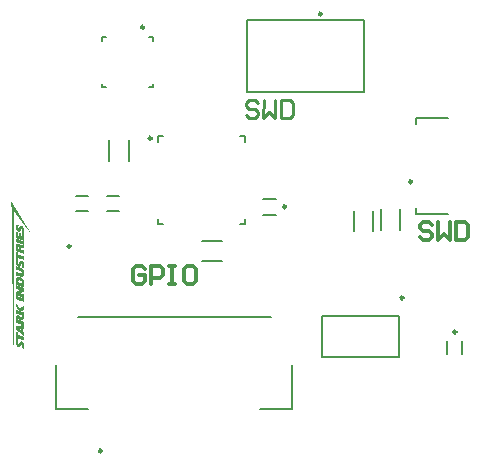
<source format=gbr>
%TF.GenerationSoftware,Altium Limited,Altium Designer,25.0.2 (28)*%
G04 Layer_Color=65535*
%FSLAX45Y45*%
%MOMM*%
%TF.SameCoordinates,C223F9BF-7E24-4A28-B258-71FBB46568CF*%
%TF.FilePolarity,Positive*%
%TF.FileFunction,Legend,Top*%
%TF.Part,Single*%
G01*
G75*
%TA.AperFunction,NonConductor*%
%ADD56C,0.25000*%
%ADD57C,0.20000*%
%ADD58C,0.30000*%
G36*
X8870118Y7263301D02*
X8871430D01*
Y7261989D01*
X8872742D01*
Y7259364D01*
X8874054D01*
Y7256740D01*
X8875366D01*
Y7255428D01*
X8876678D01*
Y7252804D01*
X8877990D01*
Y7250180D01*
X8879303D01*
Y7248867D01*
X8880615D01*
Y7246243D01*
X8881927D01*
Y7243619D01*
X8883239D01*
Y7242307D01*
X8884551D01*
Y7239682D01*
X8885863D01*
Y7238370D01*
X8887176D01*
Y7235746D01*
X8888488D01*
Y7233121D01*
X8889800D01*
Y7231809D01*
X8891112D01*
Y7229185D01*
X8892424D01*
Y7226561D01*
X8893736D01*
Y7225248D01*
X8895049D01*
Y7222624D01*
X8896361D01*
Y7220000D01*
X8897673D01*
Y7218688D01*
X8898985D01*
Y7216064D01*
X8900297D01*
Y7214751D01*
X8901609D01*
Y7212127D01*
X8902921D01*
Y7209503D01*
X8904234D01*
Y7208191D01*
X8905546D01*
Y7205566D01*
X8906858D01*
Y7202942D01*
X8908170D01*
Y7201630D01*
X8909482D01*
Y7199005D01*
X8910794D01*
Y7196381D01*
X8912106D01*
Y7195069D01*
X8913419D01*
Y7192445D01*
X8914731D01*
Y7191132D01*
X8916043D01*
Y7188508D01*
X8917355D01*
Y7185884D01*
X8918667D01*
Y7184572D01*
X8919979D01*
Y7181948D01*
X8921292D01*
Y7179323D01*
X8922604D01*
Y7178011D01*
X8923916D01*
Y7175387D01*
X8925228D01*
Y7172762D01*
X8926540D01*
Y7171450D01*
X8927852D01*
Y7168826D01*
X8929165D01*
Y7167514D01*
X8930477D01*
Y7164889D01*
X8931789D01*
Y7162265D01*
X8933101D01*
Y7160953D01*
X8934413D01*
Y7158329D01*
X8935725D01*
Y7155704D01*
X8937037D01*
Y7154392D01*
X8938350D01*
Y7151768D01*
X8939662D01*
Y7149144D01*
X8940974D01*
Y7147832D01*
X8942286D01*
Y7145207D01*
X8943598D01*
Y7143895D01*
X8944910D01*
Y7141271D01*
X8946222D01*
Y7138646D01*
X8947535D01*
Y7137334D01*
X8948847D01*
Y7134710D01*
X8950159D01*
Y7132086D01*
X8951471D01*
Y7130773D01*
X8952783D01*
Y7128149D01*
X8954095D01*
Y7125525D01*
X8955408D01*
Y7124213D01*
X8956720D01*
Y7121588D01*
X8958032D01*
Y7120276D01*
X8959344D01*
Y7117652D01*
X8960656D01*
Y7115027D01*
X8961968D01*
Y7113716D01*
X8963281D01*
Y7111091D01*
X8964593D01*
Y7108467D01*
X8965905D01*
Y7107155D01*
X8967217D01*
Y7104530D01*
X8968529D01*
Y7101906D01*
X8969841D01*
Y7100594D01*
X8971154D01*
Y7097970D01*
X8972466D01*
Y7095345D01*
X8973778D01*
Y7094033D01*
X8975090D01*
Y7091409D01*
X8976402D01*
Y7090097D01*
X8977714D01*
Y7087472D01*
X8979026D01*
Y7084848D01*
X8980338D01*
Y7083536D01*
X8981651D01*
Y7080911D01*
X8982963D01*
Y7078287D01*
X8984275D01*
Y7076975D01*
X8985587D01*
Y7074351D01*
X8986899D01*
Y7071727D01*
X8988211D01*
Y7070414D01*
X8989524D01*
Y7067790D01*
X8990836D01*
Y7066478D01*
X8992148D01*
Y7063854D01*
X8993460D01*
Y7061229D01*
X8994772D01*
Y7059917D01*
X8996084D01*
Y7057293D01*
X8997397D01*
Y7054668D01*
X8998709D01*
Y7053356D01*
X9000021D01*
Y7050732D01*
X9001333D01*
Y7048108D01*
X9002645D01*
Y7046795D01*
X9003957D01*
Y7044171D01*
X9005270D01*
Y7042859D01*
X9006582D01*
Y7040235D01*
X9007894D01*
Y7037611D01*
X9009206D01*
Y7036298D01*
X9010518D01*
Y7033674D01*
X9011830D01*
Y7031050D01*
X9013143D01*
Y7029738D01*
X9014455D01*
Y7027113D01*
X9015767D01*
Y7024489D01*
X9017079D01*
Y7023177D01*
X9018391D01*
Y7020552D01*
X9019703D01*
Y7019240D01*
X9021015D01*
Y7016616D01*
X9022327D01*
Y7013992D01*
X9023640D01*
Y7012679D01*
X9024952D01*
Y7010055D01*
X9026264D01*
Y7006119D01*
X9023640D01*
Y7008743D01*
X9022327D01*
Y7010055D01*
X9021015D01*
Y7011367D01*
X9019703D01*
Y7013992D01*
X9018391D01*
Y7015304D01*
X9017079D01*
Y7016616D01*
X9015767D01*
Y7019240D01*
X9014455D01*
Y7020552D01*
X9013143D01*
Y7021865D01*
X9011830D01*
Y7024489D01*
X9010518D01*
Y7025801D01*
X9009206D01*
Y7027113D01*
X9007894D01*
Y7029738D01*
X9006582D01*
Y7031050D01*
X9005270D01*
Y7032362D01*
X9003957D01*
Y7034986D01*
X9002645D01*
Y7036298D01*
X9001333D01*
Y7037611D01*
X9000021D01*
Y7040235D01*
X8998709D01*
Y7041547D01*
X8997397D01*
Y7042859D01*
X8996084D01*
Y7045483D01*
X8994772D01*
Y7046795D01*
X8993460D01*
Y7048108D01*
X8992148D01*
Y7050732D01*
X8990836D01*
Y7052044D01*
X8989524D01*
Y7053356D01*
X8988211D01*
Y7055981D01*
X8986899D01*
Y7057293D01*
X8985587D01*
Y7058605D01*
X8984275D01*
Y7061229D01*
X8982963D01*
Y7062541D01*
X8981651D01*
Y7063854D01*
X8980338D01*
Y7066478D01*
X8979026D01*
Y7067790D01*
X8977714D01*
Y7069102D01*
X8976402D01*
Y7071727D01*
X8975090D01*
Y7073039D01*
X8973778D01*
Y7074351D01*
X8972466D01*
Y7076975D01*
X8971154D01*
Y7078287D01*
X8969841D01*
Y7079599D01*
X8968529D01*
Y7082224D01*
X8967217D01*
Y7083536D01*
X8965905D01*
Y7084848D01*
X8964593D01*
Y7087472D01*
X8963281D01*
Y7088784D01*
X8961968D01*
Y7090097D01*
X8960656D01*
Y7092721D01*
X8959344D01*
Y7094033D01*
X8958032D01*
Y7095345D01*
X8956720D01*
Y7097970D01*
X8955408D01*
Y7099282D01*
X8954095D01*
Y7100594D01*
X8952783D01*
Y7103218D01*
X8951471D01*
Y7104530D01*
X8950159D01*
Y7105843D01*
X8948847D01*
Y7108467D01*
X8947535D01*
Y7109779D01*
X8946222D01*
Y7111091D01*
X8944910D01*
Y7113716D01*
X8943598D01*
Y7115027D01*
X8942286D01*
Y7116340D01*
X8940974D01*
Y7118964D01*
X8939662D01*
Y7120276D01*
X8938350D01*
Y7121588D01*
X8937037D01*
Y7124213D01*
X8935725D01*
Y7125525D01*
X8934413D01*
Y7126837D01*
X8933101D01*
Y7129461D01*
X8931789D01*
Y7130773D01*
X8930477D01*
Y7132086D01*
X8929165D01*
Y7134710D01*
X8927852D01*
Y7136022D01*
X8926540D01*
Y7137334D01*
X8925228D01*
Y7139959D01*
X8923916D01*
Y7141271D01*
X8922604D01*
Y7142583D01*
X8921292D01*
Y7145207D01*
X8919979D01*
Y7146519D01*
X8918667D01*
Y7147832D01*
X8917355D01*
Y7150456D01*
X8916043D01*
Y7151768D01*
X8914731D01*
Y7153080D01*
X8913419D01*
Y7155704D01*
X8912106D01*
Y7157016D01*
X8910794D01*
Y7158329D01*
X8909482D01*
Y7160953D01*
X8908170D01*
Y7162265D01*
X8906858D01*
Y7163577D01*
X8905546D01*
Y7166202D01*
X8904234D01*
Y7167514D01*
X8902921D01*
Y7168826D01*
X8901609D01*
Y7171450D01*
X8900297D01*
Y7172762D01*
X8898985D01*
Y7174075D01*
X8897673D01*
Y7176699D01*
X8896361D01*
Y7178011D01*
X8895049D01*
Y7179323D01*
X8893736D01*
Y7181948D01*
X8892424D01*
Y7183260D01*
X8891112D01*
Y7184572D01*
X8889800D01*
Y7187196D01*
X8888488D01*
Y7188508D01*
X8887176D01*
Y7040235D01*
Y7038923D01*
Y6057431D01*
X8884551D01*
Y6058743D01*
X8881927D01*
Y6141409D01*
X8880615D01*
Y6246381D01*
X8879303D01*
Y6350041D01*
X8877990D01*
Y6461575D01*
X8876678D01*
Y6571796D01*
X8875366D01*
Y6683329D01*
X8874054D01*
Y6794862D01*
X8872742D01*
Y6905083D01*
X8871430D01*
Y7010055D01*
X8870118D01*
Y7115027D01*
X8868805D01*
Y7225248D01*
X8867493D01*
Y7265925D01*
X8870118D01*
Y7263301D01*
D02*
G37*
G36*
X8912106Y7070414D02*
X8916043D01*
Y7069102D01*
X8919979D01*
Y7067790D01*
X8923916D01*
Y7066478D01*
X8927852D01*
Y7063854D01*
X8926540D01*
Y7061229D01*
X8925228D01*
Y7057293D01*
X8923916D01*
Y7042859D01*
X8925228D01*
Y7041547D01*
X8930477D01*
Y7042859D01*
X8931789D01*
Y7045483D01*
X8933101D01*
Y7049420D01*
X8934413D01*
Y7053356D01*
X8935725D01*
Y7055981D01*
X8937037D01*
Y7057293D01*
X8938350D01*
Y7059917D01*
X8939662D01*
Y7061229D01*
X8942286D01*
Y7062541D01*
X8943598D01*
Y7063854D01*
X8954095D01*
Y7062541D01*
X8956720D01*
Y7061229D01*
X8959344D01*
Y7059917D01*
X8960656D01*
Y7058605D01*
X8961968D01*
Y7057293D01*
X8963281D01*
Y7055981D01*
X8964593D01*
Y7054668D01*
X8965905D01*
Y7052044D01*
X8967217D01*
Y7050732D01*
X8968529D01*
Y7046795D01*
X8969841D01*
Y7044171D01*
X8971154D01*
Y7040235D01*
X8972466D01*
Y7034986D01*
X8973778D01*
Y6936575D01*
X8971154D01*
Y6937887D01*
X8967217D01*
Y6939199D01*
X8963281D01*
Y6940511D01*
X8959344D01*
Y6941823D01*
X8955408D01*
Y6943135D01*
X8951471D01*
Y6944447D01*
X8947535D01*
Y6945760D01*
X8943598D01*
Y6947072D01*
X8939662D01*
Y6948384D01*
X8935725D01*
Y6949696D01*
X8931789D01*
Y6951008D01*
X8927852D01*
Y6952320D01*
X8923916D01*
Y6953633D01*
X8919979D01*
Y6954945D01*
X8916043D01*
Y6956257D01*
X8912106D01*
Y6957569D01*
X8908170D01*
Y6958881D01*
X8906858D01*
Y7016616D01*
X8909482D01*
Y7015304D01*
X8912106D01*
Y7013992D01*
X8916043D01*
Y7012679D01*
X8919979D01*
Y7011367D01*
X8923916D01*
Y6982500D01*
X8925228D01*
Y6981188D01*
X8929165D01*
Y6979876D01*
X8931789D01*
Y7004807D01*
X8935725D01*
Y7003495D01*
X8939662D01*
Y7002182D01*
X8943598D01*
Y7000870D01*
X8947535D01*
Y6974627D01*
X8950159D01*
Y6973315D01*
X8952783D01*
Y6972003D01*
X8956720D01*
Y7021865D01*
X8955408D01*
Y7029738D01*
X8954095D01*
Y7033674D01*
X8952783D01*
Y7034986D01*
X8951471D01*
Y7033674D01*
X8950159D01*
Y7032362D01*
X8948847D01*
Y7029738D01*
X8947535D01*
Y7027113D01*
X8946222D01*
Y7024489D01*
X8944910D01*
Y7021865D01*
X8943598D01*
Y7020552D01*
X8942286D01*
Y7019240D01*
X8940974D01*
Y7016616D01*
X8938350D01*
Y7015304D01*
X8937037D01*
Y7013992D01*
X8934413D01*
Y7012679D01*
X8923916D01*
Y7013992D01*
X8921292D01*
Y7015304D01*
X8919979D01*
Y7016616D01*
X8917355D01*
Y7017928D01*
X8916043D01*
Y7019240D01*
X8914731D01*
Y7021865D01*
X8913419D01*
Y7023177D01*
X8912106D01*
Y7025801D01*
X8910794D01*
Y7028425D01*
X8909482D01*
Y7032362D01*
X8908170D01*
Y7036298D01*
X8906858D01*
Y7046795D01*
X8905546D01*
Y7052044D01*
X8906858D01*
Y7059917D01*
X8908170D01*
Y7065166D01*
X8909482D01*
Y7070414D01*
X8910794D01*
Y7071727D01*
X8912106D01*
Y7070414D01*
D02*
G37*
G36*
X8908170Y6953633D02*
X8912106D01*
Y6952320D01*
X8916043D01*
Y6951008D01*
X8919979D01*
Y6949696D01*
X8923916D01*
Y6948384D01*
X8927852D01*
Y6947072D01*
X8931789D01*
Y6945760D01*
X8935725D01*
Y6944447D01*
X8939662D01*
Y6943135D01*
X8943598D01*
Y6941823D01*
X8947535D01*
Y6940511D01*
X8951471D01*
Y6939199D01*
X8955408D01*
Y6937887D01*
X8960656D01*
Y6936575D01*
X8964593D01*
Y6935262D01*
X8968529D01*
Y6933950D01*
X8972466D01*
Y6932638D01*
X8973778D01*
Y6878840D01*
X8972466D01*
Y6877528D01*
X8960656D01*
Y6876215D01*
X8955408D01*
Y6874903D01*
X8951471D01*
Y6873591D01*
X8950159D01*
Y6872279D01*
X8947535D01*
Y6870967D01*
X8946222D01*
Y6865718D01*
X8947535D01*
Y6864406D01*
X8951471D01*
Y6863094D01*
X8955408D01*
Y6861782D01*
X8959344D01*
Y6860470D01*
X8963281D01*
Y6859157D01*
X8967217D01*
Y6857845D01*
X8971154D01*
Y6856533D01*
X8973778D01*
Y6827666D01*
X8971154D01*
Y6828978D01*
X8967217D01*
Y6830290D01*
X8963281D01*
Y6831602D01*
X8959344D01*
Y6832914D01*
X8955408D01*
Y6834226D01*
X8951471D01*
Y6835539D01*
X8947535D01*
Y6836851D01*
X8943598D01*
Y6838163D01*
X8939662D01*
Y6839475D01*
X8934413D01*
Y6840787D01*
X8930477D01*
Y6842099D01*
X8926540D01*
Y6843412D01*
X8922604D01*
Y6844724D01*
X8918667D01*
Y6846036D01*
X8914731D01*
Y6847348D01*
X8910794D01*
Y6848660D01*
X8906858D01*
Y6899834D01*
X8908170D01*
Y6903771D01*
X8909482D01*
Y6906395D01*
X8910794D01*
Y6907707D01*
X8912106D01*
Y6909019D01*
X8913419D01*
Y6910331D01*
X8916043D01*
Y6911644D01*
X8929165D01*
Y6910331D01*
X8931789D01*
Y6909019D01*
X8933101D01*
Y6907707D01*
X8934413D01*
Y6906395D01*
X8937037D01*
Y6903771D01*
X8938350D01*
Y6902459D01*
X8939662D01*
Y6901146D01*
X8940974D01*
Y6898522D01*
X8942286D01*
Y6897210D01*
X8946222D01*
Y6898522D01*
X8947535D01*
Y6899834D01*
X8950159D01*
Y6901146D01*
X8952783D01*
Y6902459D01*
X8956720D01*
Y6903771D01*
X8967217D01*
Y6906395D01*
X8963281D01*
Y6907707D01*
X8959344D01*
Y6909019D01*
X8955408D01*
Y6910331D01*
X8951471D01*
Y6911644D01*
X8947535D01*
Y6912956D01*
X8943598D01*
Y6914268D01*
X8938350D01*
Y6915580D01*
X8934413D01*
Y6916892D01*
X8930477D01*
Y6918204D01*
X8926540D01*
Y6919517D01*
X8922604D01*
Y6920829D01*
X8918667D01*
Y6922141D01*
X8914731D01*
Y6923453D01*
X8910794D01*
Y6924765D01*
X8906858D01*
Y6954945D01*
X8908170D01*
Y6953633D01*
D02*
G37*
G36*
X8910794Y6844724D02*
X8914731D01*
Y6843412D01*
X8918667D01*
Y6842099D01*
X8922604D01*
Y6840787D01*
X8923916D01*
Y6819793D01*
X8926540D01*
Y6818481D01*
X8930477D01*
Y6817168D01*
X8934413D01*
Y6815856D01*
X8939662D01*
Y6814544D01*
X8943598D01*
Y6813232D01*
X8947535D01*
Y6811920D01*
X8951471D01*
Y6810608D01*
X8955408D01*
Y6809295D01*
X8959344D01*
Y6807983D01*
X8963281D01*
Y6806671D01*
X8967217D01*
Y6805359D01*
X8972466D01*
Y6804047D01*
X8973778D01*
Y6775179D01*
X8969841D01*
Y6776492D01*
X8965905D01*
Y6777804D01*
X8961968D01*
Y6779116D01*
X8958032D01*
Y6780428D01*
X8954095D01*
Y6781740D01*
X8950159D01*
Y6783052D01*
X8946222D01*
Y6784365D01*
X8942286D01*
Y6785677D01*
X8937037D01*
Y6786989D01*
X8933101D01*
Y6788301D01*
X8929165D01*
Y6789613D01*
X8925228D01*
Y6790925D01*
X8923916D01*
Y6748936D01*
X8925228D01*
Y6746312D01*
X8926540D01*
Y6743688D01*
X8929165D01*
Y6745000D01*
X8930477D01*
Y6746312D01*
X8931789D01*
Y6748936D01*
X8933101D01*
Y6751561D01*
X8934413D01*
Y6754185D01*
X8935725D01*
Y6756809D01*
X8937037D01*
Y6758122D01*
X8938350D01*
Y6759434D01*
X8939662D01*
Y6762058D01*
X8940974D01*
Y6763370D01*
X8943598D01*
Y6764682D01*
X8944910D01*
Y6765994D01*
X8950159D01*
Y6767307D01*
X8954095D01*
Y6765994D01*
X8958032D01*
Y6764682D01*
X8960656D01*
Y6763370D01*
X8961968D01*
Y6762058D01*
X8963281D01*
Y6760746D01*
X8964593D01*
Y6759434D01*
X8965905D01*
Y6758122D01*
X8967217D01*
Y6756809D01*
X8968529D01*
Y6754185D01*
X8969841D01*
Y6751561D01*
X8971154D01*
Y6748936D01*
X8972466D01*
Y6743688D01*
X8973778D01*
Y6737127D01*
X8975090D01*
Y6721381D01*
X8973778D01*
Y6713508D01*
X8972466D01*
Y6709572D01*
X8971154D01*
Y6705635D01*
X8963281D01*
Y6706947D01*
X8956720D01*
Y6708260D01*
X8952783D01*
Y6712196D01*
X8954095D01*
Y6717445D01*
X8955408D01*
Y6737127D01*
X8954095D01*
Y6738439D01*
X8952783D01*
Y6739751D01*
X8951471D01*
Y6738439D01*
X8950159D01*
Y6737127D01*
X8948847D01*
Y6734503D01*
X8947535D01*
Y6730566D01*
X8946222D01*
Y6727942D01*
X8944910D01*
Y6725318D01*
X8943598D01*
Y6722693D01*
X8942286D01*
Y6721381D01*
X8940974D01*
Y6720069D01*
X8938350D01*
Y6718757D01*
X8935725D01*
Y6717445D01*
X8925228D01*
Y6718757D01*
X8922604D01*
Y6720069D01*
X8919979D01*
Y6721381D01*
X8918667D01*
Y6722693D01*
X8916043D01*
Y6725318D01*
X8914731D01*
Y6726630D01*
X8913419D01*
Y6727942D01*
X8912106D01*
Y6730566D01*
X8910794D01*
Y6733190D01*
X8909482D01*
Y6735815D01*
X8908170D01*
Y6739751D01*
X8906858D01*
Y6846036D01*
X8910794D01*
Y6844724D01*
D02*
G37*
G36*
X8909482Y6721381D02*
X8913419D01*
Y6720069D01*
X8917355D01*
Y6718757D01*
X8921292D01*
Y6717445D01*
X8923916D01*
Y6716133D01*
X8927852D01*
Y6714820D01*
X8931789D01*
Y6713508D01*
X8935725D01*
Y6712196D01*
X8939662D01*
Y6710884D01*
X8943598D01*
Y6709572D01*
X8946222D01*
Y6708260D01*
X8950159D01*
Y6706947D01*
X8951471D01*
Y6705635D01*
X8954095D01*
Y6704323D01*
X8956720D01*
Y6703011D01*
X8958032D01*
Y6701699D01*
X8959344D01*
Y6700387D01*
X8960656D01*
Y6699074D01*
X8961968D01*
Y6697762D01*
X8963281D01*
Y6696450D01*
X8964593D01*
Y6695138D01*
X8965905D01*
Y6693826D01*
X8967217D01*
Y6691202D01*
X8968529D01*
Y6688577D01*
X8969841D01*
Y6684641D01*
X8971154D01*
Y6679392D01*
X8972466D01*
Y6671519D01*
X8973778D01*
Y6651837D01*
X8972466D01*
Y6645276D01*
X8971154D01*
Y6642652D01*
X8969841D01*
Y6640028D01*
X8968529D01*
Y6637403D01*
X8967217D01*
Y6636091D01*
X8965905D01*
Y6634779D01*
X8964593D01*
Y6633467D01*
X8961968D01*
Y6632155D01*
X8959344D01*
Y6630842D01*
X8943598D01*
Y6632155D01*
X8939662D01*
Y6633467D01*
X8935725D01*
Y6634779D01*
X8931789D01*
Y6636091D01*
X8927852D01*
Y6637403D01*
X8923916D01*
Y6638715D01*
X8919979D01*
Y6640028D01*
X8916043D01*
Y6641340D01*
X8912106D01*
Y6642652D01*
X8908170D01*
Y6643964D01*
X8906858D01*
Y6650525D01*
Y6651837D01*
Y6672831D01*
X8908170D01*
Y6671519D01*
X8912106D01*
Y6670207D01*
X8916043D01*
Y6668895D01*
X8919979D01*
Y6667583D01*
X8923916D01*
Y6666271D01*
X8927852D01*
Y6664958D01*
X8931789D01*
Y6663646D01*
X8935725D01*
Y6662334D01*
X8940974D01*
Y6661022D01*
X8951471D01*
Y6662334D01*
X8952783D01*
Y6663646D01*
X8954095D01*
Y6664958D01*
X8955408D01*
Y6670207D01*
X8954095D01*
Y6672831D01*
X8952783D01*
Y6674144D01*
X8951471D01*
Y6676768D01*
X8948847D01*
Y6678080D01*
X8947535D01*
Y6679392D01*
X8946222D01*
Y6680704D01*
X8943598D01*
Y6682017D01*
X8939662D01*
Y6683329D01*
X8935725D01*
Y6684641D01*
X8931789D01*
Y6685953D01*
X8927852D01*
Y6687265D01*
X8923916D01*
Y6688577D01*
X8919979D01*
Y6689890D01*
X8916043D01*
Y6691202D01*
X8912106D01*
Y6692514D01*
X8908170D01*
Y6693826D01*
X8906858D01*
Y6722693D01*
X8909482D01*
Y6721381D01*
D02*
G37*
G36*
X8933101Y6630842D02*
X8940974D01*
Y6629530D01*
X8944910D01*
Y6628218D01*
X8947535D01*
Y6626906D01*
X8950159D01*
Y6625594D01*
X8951471D01*
Y6624282D01*
X8954095D01*
Y6622969D01*
X8955408D01*
Y6621658D01*
X8956720D01*
Y6620345D01*
X8959344D01*
Y6617721D01*
X8960656D01*
Y6616409D01*
X8961968D01*
Y6615097D01*
X8963281D01*
Y6613785D01*
X8964593D01*
Y6612472D01*
X8965905D01*
Y6609848D01*
X8967217D01*
Y6607224D01*
X8968529D01*
Y6604599D01*
X8969841D01*
Y6601975D01*
X8971154D01*
Y6596726D01*
X8972466D01*
Y6591478D01*
X8973778D01*
Y6541616D01*
X8972466D01*
Y6542928D01*
X8968529D01*
Y6544240D01*
X8964593D01*
Y6545553D01*
X8960656D01*
Y6546865D01*
X8956720D01*
Y6548177D01*
X8952783D01*
Y6549489D01*
X8948847D01*
Y6550801D01*
X8944910D01*
Y6552113D01*
X8940974D01*
Y6553425D01*
X8937037D01*
Y6554737D01*
X8933101D01*
Y6556050D01*
X8929165D01*
Y6557362D01*
X8925228D01*
Y6558674D01*
X8919979D01*
Y6559986D01*
X8916043D01*
Y6561298D01*
X8912106D01*
Y6562610D01*
X8908170D01*
Y6563923D01*
X8906858D01*
Y6611160D01*
X8908170D01*
Y6616409D01*
X8909482D01*
Y6619033D01*
X8910794D01*
Y6621658D01*
X8912106D01*
Y6622969D01*
X8913419D01*
Y6624282D01*
X8914731D01*
Y6625594D01*
X8916043D01*
Y6626906D01*
X8918667D01*
Y6628218D01*
X8919979D01*
Y6629530D01*
X8923916D01*
Y6630842D01*
X8930477D01*
Y6632155D01*
X8933101D01*
Y6630842D01*
D02*
G37*
G36*
X8908170Y6558674D02*
X8912106D01*
Y6557362D01*
X8916043D01*
Y6556050D01*
X8919979D01*
Y6554737D01*
X8923916D01*
Y6553425D01*
X8927852D01*
Y6552113D01*
X8931789D01*
Y6550801D01*
X8937037D01*
Y6549489D01*
X8940974D01*
Y6548177D01*
X8944910D01*
Y6546865D01*
X8948847D01*
Y6545553D01*
X8952783D01*
Y6544240D01*
X8956720D01*
Y6542928D01*
X8960656D01*
Y6541616D01*
X8964593D01*
Y6540304D01*
X8968529D01*
Y6538992D01*
X8972466D01*
Y6537680D01*
X8973778D01*
Y6508812D01*
X8972466D01*
Y6507500D01*
X8971154D01*
Y6506188D01*
X8968529D01*
Y6504876D01*
X8967217D01*
Y6503564D01*
X8964593D01*
Y6502251D01*
X8961968D01*
Y6500939D01*
X8960656D01*
Y6499627D01*
X8958032D01*
Y6498315D01*
X8956720D01*
Y6497003D01*
X8954095D01*
Y6495691D01*
X8952783D01*
Y6494378D01*
X8950159D01*
Y6493066D01*
X8947535D01*
Y6491754D01*
X8946222D01*
Y6490442D01*
X8948847D01*
Y6489130D01*
X8952783D01*
Y6487818D01*
X8956720D01*
Y6486505D01*
X8960656D01*
Y6485193D01*
X8964593D01*
Y6483881D01*
X8968529D01*
Y6482569D01*
X8972466D01*
Y6481257D01*
X8973778D01*
Y6452389D01*
X8971154D01*
Y6453702D01*
X8967217D01*
Y6455014D01*
X8963281D01*
Y6456326D01*
X8959344D01*
Y6457638D01*
X8955408D01*
Y6458950D01*
X8951471D01*
Y6460262D01*
X8947535D01*
Y6461575D01*
X8943598D01*
Y6462887D01*
X8939662D01*
Y6464199D01*
X8935725D01*
Y6465511D01*
X8931789D01*
Y6466823D01*
X8927852D01*
Y6468135D01*
X8923916D01*
Y6469448D01*
X8919979D01*
Y6470760D01*
X8916043D01*
Y6472072D01*
X8912106D01*
Y6473384D01*
X8908170D01*
Y6474696D01*
X8906858D01*
Y6500939D01*
X8908170D01*
Y6502251D01*
X8909482D01*
Y6503564D01*
X8912106D01*
Y6504876D01*
X8913419D01*
Y6506188D01*
X8916043D01*
Y6507500D01*
X8917355D01*
Y6508812D01*
X8919979D01*
Y6510124D01*
X8921292D01*
Y6511437D01*
X8922604D01*
Y6512749D01*
X8925228D01*
Y6514061D01*
X8926540D01*
Y6515373D01*
X8929165D01*
Y6516685D01*
X8930477D01*
Y6517997D01*
X8933101D01*
Y6519309D01*
X8934413D01*
Y6520621D01*
X8935725D01*
Y6521934D01*
X8931789D01*
Y6523246D01*
X8926540D01*
Y6524558D01*
X8922604D01*
Y6525870D01*
X8918667D01*
Y6527182D01*
X8914731D01*
Y6528494D01*
X8910794D01*
Y6529807D01*
X8906858D01*
Y6559986D01*
X8908170D01*
Y6558674D01*
D02*
G37*
G36*
Y6469448D02*
X8912106D01*
Y6468135D01*
X8916043D01*
Y6466823D01*
X8919979D01*
Y6465511D01*
X8923916D01*
Y6464199D01*
X8927852D01*
Y6462887D01*
X8931789D01*
Y6461575D01*
X8935725D01*
Y6460262D01*
X8939662D01*
Y6458950D01*
X8943598D01*
Y6457638D01*
X8947535D01*
Y6456326D01*
X8951471D01*
Y6455014D01*
X8955408D01*
Y6453702D01*
X8959344D01*
Y6452389D01*
X8963281D01*
Y6451077D01*
X8967217D01*
Y6449765D01*
X8971154D01*
Y6448453D01*
X8973778D01*
Y6419586D01*
X8969841D01*
Y6420898D01*
X8965905D01*
Y6422210D01*
X8961968D01*
Y6423522D01*
X8958032D01*
Y6424834D01*
X8954095D01*
Y6426146D01*
X8950159D01*
Y6427459D01*
X8946222D01*
Y6428771D01*
X8942286D01*
Y6430083D01*
X8938350D01*
Y6431395D01*
X8934413D01*
Y6432707D01*
X8930477D01*
Y6434019D01*
X8926540D01*
Y6435332D01*
X8922604D01*
Y6436644D01*
X8918667D01*
Y6437956D01*
X8914731D01*
Y6439268D01*
X8910794D01*
Y6440580D01*
X8906858D01*
Y6466823D01*
Y6468135D01*
Y6470760D01*
X8908170D01*
Y6469448D01*
D02*
G37*
G36*
Y6403840D02*
X8909482D01*
Y6401216D01*
X8910794D01*
Y6399903D01*
X8912106D01*
Y6398591D01*
X8913419D01*
Y6397279D01*
X8914731D01*
Y6394655D01*
X8916043D01*
Y6393343D01*
X8917355D01*
Y6392030D01*
X8918667D01*
Y6390718D01*
X8919979D01*
Y6389406D01*
X8921292D01*
Y6386782D01*
X8922604D01*
Y6385470D01*
X8923916D01*
Y6384157D01*
X8925228D01*
Y6382845D01*
X8926540D01*
Y6380221D01*
X8927852D01*
Y6378909D01*
X8929165D01*
Y6377597D01*
X8930477D01*
Y6376284D01*
X8931789D01*
Y6374973D01*
X8933101D01*
Y6372348D01*
X8934413D01*
Y6371036D01*
X8935725D01*
Y6369724D01*
X8937037D01*
Y6368412D01*
X8938350D01*
Y6365787D01*
X8940974D01*
Y6367100D01*
X8943598D01*
Y6368412D01*
X8946222D01*
Y6369724D01*
X8948847D01*
Y6371036D01*
X8951471D01*
Y6372348D01*
X8952783D01*
Y6373660D01*
X8955408D01*
Y6374973D01*
X8958032D01*
Y6376284D01*
X8960656D01*
Y6377597D01*
X8963281D01*
Y6378909D01*
X8965905D01*
Y6380221D01*
X8968529D01*
Y6381533D01*
X8971154D01*
Y6382845D01*
X8973778D01*
Y6350041D01*
X8971154D01*
Y6348729D01*
X8969841D01*
Y6347417D01*
X8967217D01*
Y6346105D01*
X8964593D01*
Y6344793D01*
X8961968D01*
Y6343481D01*
X8959344D01*
Y6342168D01*
X8956720D01*
Y6340856D01*
X8954095D01*
Y6339544D01*
X8951471D01*
Y6338232D01*
X8950159D01*
Y6336920D01*
X8952783D01*
Y6335608D01*
X8956720D01*
Y6334296D01*
X8960656D01*
Y6332984D01*
X8964593D01*
Y6331671D01*
X8968529D01*
Y6330359D01*
X8972466D01*
Y6329047D01*
X8973778D01*
Y6319862D01*
Y6318550D01*
Y6300180D01*
X8971154D01*
Y6301492D01*
X8967217D01*
Y6302804D01*
X8963281D01*
Y6304116D01*
X8959344D01*
Y6305428D01*
X8955408D01*
Y6306740D01*
X8950159D01*
Y6308052D01*
X8946222D01*
Y6309365D01*
X8942286D01*
Y6310677D01*
X8938350D01*
Y6311989D01*
X8934413D01*
Y6313301D01*
X8930477D01*
Y6314613D01*
X8926540D01*
Y6315925D01*
X8922604D01*
Y6317238D01*
X8918667D01*
Y6318550D01*
X8914731D01*
Y6319862D01*
X8910794D01*
Y6321174D01*
X8906858D01*
Y6351354D01*
X8908170D01*
Y6350041D01*
X8912106D01*
Y6348729D01*
X8916043D01*
Y6347417D01*
X8919979D01*
Y6346105D01*
X8923916D01*
Y6344793D01*
X8927852D01*
Y6343481D01*
X8931789D01*
Y6342168D01*
X8934413D01*
Y6344793D01*
X8933101D01*
Y6346105D01*
X8931789D01*
Y6347417D01*
X8930477D01*
Y6348729D01*
X8929165D01*
Y6350041D01*
X8927852D01*
Y6352666D01*
X8926540D01*
Y6353978D01*
X8925228D01*
Y6355290D01*
X8923916D01*
Y6356602D01*
X8922604D01*
Y6359227D01*
X8921292D01*
Y6360539D01*
X8919979D01*
Y6361851D01*
X8918667D01*
Y6363163D01*
X8917355D01*
Y6364475D01*
X8916043D01*
Y6367100D01*
X8914731D01*
Y6368412D01*
X8913419D01*
Y6369724D01*
X8912106D01*
Y6371036D01*
X8910794D01*
Y6372348D01*
X8909482D01*
Y6374973D01*
X8908170D01*
Y6376284D01*
X8906858D01*
Y6405152D01*
X8908170D01*
Y6403840D01*
D02*
G37*
G36*
X8923916Y6305428D02*
X8929165D01*
Y6304116D01*
X8931789D01*
Y6302804D01*
X8933101D01*
Y6301492D01*
X8934413D01*
Y6300180D01*
X8935725D01*
Y6298868D01*
X8937037D01*
Y6297555D01*
X8938350D01*
Y6296243D01*
X8939662D01*
Y6294931D01*
X8940974D01*
Y6292307D01*
X8942286D01*
Y6290995D01*
X8944910D01*
Y6292307D01*
X8947535D01*
Y6293619D01*
X8950159D01*
Y6294931D01*
X8952783D01*
Y6296243D01*
X8956720D01*
Y6297555D01*
X8967217D01*
Y6298868D01*
X8973778D01*
Y6271312D01*
X8963281D01*
Y6270000D01*
X8956720D01*
Y6268688D01*
X8952783D01*
Y6267376D01*
X8950159D01*
Y6266064D01*
X8948847D01*
Y6264752D01*
X8947535D01*
Y6263439D01*
X8946222D01*
Y6258191D01*
X8950159D01*
Y6256879D01*
X8954095D01*
Y6255566D01*
X8958032D01*
Y6254254D01*
X8961968D01*
Y6252942D01*
X8965905D01*
Y6251630D01*
X8969841D01*
Y6250318D01*
X8973778D01*
Y6193895D01*
X8963281D01*
Y6167652D01*
X8964593D01*
Y6166340D01*
X8965905D01*
Y6165028D01*
X8968529D01*
Y6163716D01*
X8969841D01*
Y6162403D01*
X8971154D01*
Y6161091D01*
X8973778D01*
Y6130912D01*
X8971154D01*
Y6132224D01*
X8969841D01*
Y6133536D01*
X8968529D01*
Y6134848D01*
X8967217D01*
Y6136160D01*
X8964593D01*
Y6137472D01*
X8963281D01*
Y6138785D01*
X8961968D01*
Y6140097D01*
X8960656D01*
Y6141409D01*
X8959344D01*
Y6142721D01*
X8956720D01*
Y6144033D01*
X8955408D01*
Y6145345D01*
X8954095D01*
Y6146658D01*
X8952783D01*
Y6147970D01*
X8950159D01*
Y6149282D01*
X8948847D01*
Y6150594D01*
X8947535D01*
Y6151906D01*
X8946222D01*
Y6153218D01*
X8944910D01*
Y6154530D01*
X8942286D01*
Y6155843D01*
X8940974D01*
Y6157155D01*
X8939662D01*
Y6158467D01*
X8938350D01*
Y6159779D01*
X8935725D01*
Y6161091D01*
X8934413D01*
Y6162403D01*
X8933101D01*
Y6163716D01*
X8931789D01*
Y6165028D01*
X8929165D01*
Y6166340D01*
X8927852D01*
Y6167652D01*
X8926540D01*
Y6168964D01*
X8925228D01*
Y6170276D01*
X8923916D01*
Y6171588D01*
X8921292D01*
Y6172901D01*
X8919979D01*
Y6174213D01*
X8918667D01*
Y6175525D01*
X8917355D01*
Y6176837D01*
X8914731D01*
Y6178149D01*
X8913419D01*
Y6179461D01*
X8912106D01*
Y6180774D01*
X8910794D01*
Y6182086D01*
X8909482D01*
Y6183398D01*
X8906858D01*
Y6213577D01*
X8908170D01*
Y6214890D01*
X8918667D01*
Y6216202D01*
X8929165D01*
Y6217514D01*
X8940974D01*
Y6218826D01*
X8951471D01*
Y6220138D01*
X8961968D01*
Y6221450D01*
X8968529D01*
Y6222763D01*
X8964593D01*
Y6224075D01*
X8960656D01*
Y6225387D01*
X8956720D01*
Y6226699D01*
X8952783D01*
Y6228011D01*
X8948847D01*
Y6229323D01*
X8944910D01*
Y6230635D01*
X8940974D01*
Y6231948D01*
X8937037D01*
Y6233260D01*
X8931789D01*
Y6234572D01*
X8927852D01*
Y6235884D01*
X8923916D01*
Y6237196D01*
X8919979D01*
Y6238508D01*
X8916043D01*
Y6239820D01*
X8912106D01*
Y6241133D01*
X8908170D01*
Y6242445D01*
X8906858D01*
Y6293619D01*
X8908170D01*
Y6297555D01*
X8909482D01*
Y6300180D01*
X8910794D01*
Y6301492D01*
X8912106D01*
Y6302804D01*
X8913419D01*
Y6304116D01*
X8916043D01*
Y6305428D01*
X8919979D01*
Y6306740D01*
X8923916D01*
Y6305428D01*
D02*
G37*
G36*
X8908170Y6166340D02*
X8912106D01*
Y6165028D01*
X8916043D01*
Y6163716D01*
X8919979D01*
Y6162403D01*
X8922604D01*
Y6161091D01*
X8923916D01*
Y6138785D01*
X8927852D01*
Y6137472D01*
X8931789D01*
Y6136160D01*
X8935725D01*
Y6134848D01*
X8939662D01*
Y6133536D01*
X8943598D01*
Y6132224D01*
X8947535D01*
Y6130912D01*
X8951471D01*
Y6129599D01*
X8955408D01*
Y6128287D01*
X8959344D01*
Y6126975D01*
X8963281D01*
Y6125663D01*
X8967217D01*
Y6124351D01*
X8971154D01*
Y6123039D01*
X8973778D01*
Y6094171D01*
X8969841D01*
Y6095483D01*
X8965905D01*
Y6096796D01*
X8961968D01*
Y6098108D01*
X8958032D01*
Y6099420D01*
X8954095D01*
Y6100732D01*
X8950159D01*
Y6102044D01*
X8946222D01*
Y6103356D01*
X8942286D01*
Y6104669D01*
X8938350D01*
Y6105981D01*
X8934413D01*
Y6107293D01*
X8930477D01*
Y6108605D01*
X8926540D01*
Y6109917D01*
X8923916D01*
Y6069240D01*
X8925228D01*
Y6065304D01*
X8926540D01*
Y6063992D01*
X8927852D01*
Y6062680D01*
X8929165D01*
Y6063992D01*
X8930477D01*
Y6065304D01*
X8931789D01*
Y6067928D01*
X8933101D01*
Y6070553D01*
X8934413D01*
Y6073177D01*
X8935725D01*
Y6075801D01*
X8937037D01*
Y6077113D01*
X8938350D01*
Y6079738D01*
X8939662D01*
Y6081050D01*
X8940974D01*
Y6082362D01*
X8943598D01*
Y6083674D01*
X8944910D01*
Y6084986D01*
X8948847D01*
Y6086298D01*
X8955408D01*
Y6084986D01*
X8958032D01*
Y6083674D01*
X8960656D01*
Y6082362D01*
X8961968D01*
Y6081050D01*
X8964593D01*
Y6079738D01*
X8965905D01*
Y6077113D01*
X8967217D01*
Y6075801D01*
X8968529D01*
Y6073177D01*
X8969841D01*
Y6071865D01*
X8971154D01*
Y6067928D01*
X8972466D01*
Y6062680D01*
X8973778D01*
Y6056119D01*
X8975090D01*
Y6040373D01*
X8973778D01*
Y6033812D01*
X8972466D01*
Y6028564D01*
X8971154D01*
Y6024627D01*
X8964593D01*
Y6025939D01*
X8958032D01*
Y6027251D01*
X8952783D01*
Y6031188D01*
X8954095D01*
Y6036436D01*
X8955408D01*
Y6056119D01*
X8954095D01*
Y6058743D01*
X8950159D01*
Y6056119D01*
X8948847D01*
Y6053495D01*
X8947535D01*
Y6049558D01*
X8946222D01*
Y6046934D01*
X8944910D01*
Y6044309D01*
X8943598D01*
Y6041685D01*
X8942286D01*
Y6040373D01*
X8940974D01*
Y6039061D01*
X8938350D01*
Y6037749D01*
X8935725D01*
Y6036436D01*
X8926540D01*
Y6037749D01*
X8922604D01*
Y6039061D01*
X8919979D01*
Y6040373D01*
X8918667D01*
Y6041685D01*
X8917355D01*
Y6042997D01*
X8916043D01*
Y6044309D01*
X8914731D01*
Y6045622D01*
X8913419D01*
Y6046934D01*
X8912106D01*
Y6049558D01*
X8910794D01*
Y6052182D01*
X8909482D01*
Y6054807D01*
X8908170D01*
Y6060055D01*
X8906858D01*
Y6163716D01*
Y6165028D01*
Y6167652D01*
X8908170D01*
Y6166340D01*
D02*
G37*
%LPC*%
G36*
X8926540Y6885401D02*
X8923916D01*
Y6884088D01*
X8921292D01*
Y6882776D01*
X8919979D01*
Y6873591D01*
X8922604D01*
Y6872279D01*
X8926540D01*
Y6870967D01*
X8931789D01*
Y6869655D01*
X8934413D01*
Y6876215D01*
X8933101D01*
Y6878840D01*
X8931789D01*
Y6881464D01*
X8930477D01*
Y6882776D01*
X8929165D01*
Y6884088D01*
X8926540D01*
Y6885401D01*
D02*
G37*
G36*
X8939662Y6603287D02*
X8929165D01*
Y6601975D01*
X8927852D01*
Y6600663D01*
X8926540D01*
Y6598039D01*
X8925228D01*
Y6586229D01*
X8930477D01*
Y6584917D01*
X8934413D01*
Y6583605D01*
X8938350D01*
Y6582293D01*
X8942286D01*
Y6580981D01*
X8946222D01*
Y6579669D01*
X8950159D01*
Y6578356D01*
X8954095D01*
Y6577044D01*
X8955408D01*
Y6587541D01*
X8954095D01*
Y6590166D01*
X8952783D01*
Y6592790D01*
X8951471D01*
Y6594102D01*
X8950159D01*
Y6595414D01*
X8948847D01*
Y6596726D01*
X8947535D01*
Y6598039D01*
X8946222D01*
Y6599351D01*
X8944910D01*
Y6600663D01*
X8942286D01*
Y6601975D01*
X8939662D01*
Y6603287D01*
D02*
G37*
G36*
X8927852Y6277873D02*
X8921292D01*
Y6276561D01*
X8919979D01*
Y6267376D01*
X8921292D01*
Y6266064D01*
X8925228D01*
Y6264752D01*
X8930477D01*
Y6263439D01*
X8934413D01*
Y6268688D01*
X8933101D01*
Y6272624D01*
X8931789D01*
Y6275249D01*
X8930477D01*
Y6276561D01*
X8927852D01*
Y6277873D01*
D02*
G37*
G36*
X8948847Y6193895D02*
X8946222D01*
Y6192583D01*
X8930477D01*
Y6191271D01*
X8931789D01*
Y6189959D01*
X8933101D01*
Y6188647D01*
X8934413D01*
Y6187334D01*
X8937037D01*
Y6186022D01*
X8938350D01*
Y6184710D01*
X8940974D01*
Y6183398D01*
X8942286D01*
Y6182086D01*
X8943598D01*
Y6180774D01*
X8946222D01*
Y6179461D01*
X8947535D01*
Y6178149D01*
X8948847D01*
Y6193895D01*
D02*
G37*
%LPD*%
D56*
X9632500Y5157500D02*
G03*
X9632500Y5157500I-12500J0D01*
G01*
X12258500Y7437500D02*
G03*
X12258500Y7437500I-12500J0D01*
G01*
X9367500Y6890000D02*
G03*
X9367500Y6890000I-12500J0D01*
G01*
X12187500Y6454500D02*
G03*
X12187500Y6454500I-12500J0D01*
G01*
X11493500Y8858400D02*
G03*
X11493500Y8858400I-12500J0D01*
G01*
X10055001Y7805000D02*
G03*
X10055001Y7805000I-12500J0D01*
G01*
X9990001Y8745000D02*
G03*
X9990001Y8745000I-12500J0D01*
G01*
X12635000Y6165000D02*
G03*
X12635000Y6165000I-12500J0D01*
G01*
X11190001Y7225000D02*
G03*
X11190001Y7225000I-12500J0D01*
G01*
X10951660Y8100840D02*
X10926742Y8125906D01*
X10876758Y8126053D01*
X10851693Y8101135D01*
X10851619Y8076143D01*
X10876537Y8051078D01*
X10926520Y8050930D01*
X10951438Y8025865D01*
X10951365Y8000873D01*
X10926299Y7975955D01*
X10876316Y7976102D01*
X10851397Y8001168D01*
X11001717Y8125685D02*
X11001274Y7975734D01*
X11051406Y8025570D01*
X11101242Y7975439D01*
X11101684Y8125389D01*
X11151668Y8125242D02*
X11151225Y7975291D01*
X11226201Y7975070D01*
X11251266Y7999988D01*
X11251561Y8099955D01*
X11226643Y8125021D01*
X11151668Y8125242D01*
D57*
X11245000Y5515000D02*
Y5887500D01*
X9427500Y6295000D02*
X11062500D01*
X9245000Y5515000D02*
Y5887500D01*
Y5515000D02*
X9517500D01*
X10972500D02*
X11245000D01*
X12296000Y7165500D02*
X12563500D01*
X12296000Y7974500D02*
X12563500D01*
X12296000Y7927500D02*
Y7974500D01*
Y7165500D02*
Y7212500D01*
X10477500Y6767500D02*
X10652500D01*
X10477500Y6932500D02*
X10652500D01*
X9675000Y7186500D02*
X9775000D01*
X9675000Y7313500D02*
X9775000D01*
X9415000D02*
X9515000D01*
X9415000Y7186500D02*
X9515000D01*
X11499750Y6300250D02*
X12150250D01*
X11499750Y5949750D02*
Y6300250D01*
Y5949750D02*
X12150250D01*
Y6300250D01*
X11849300Y8193600D02*
Y8803200D01*
X10858700D02*
X11849300D01*
X10858700Y8193600D02*
Y8803200D01*
Y8193600D02*
X11849300D01*
X10107501Y7080000D02*
X10150001D01*
X10107501D02*
Y7122500D01*
X10805001Y7080000D02*
X10847501D01*
Y7122500D01*
Y7777500D02*
Y7820000D01*
X10805001D02*
X10847501D01*
X10107501D02*
X10150001D01*
X10107501Y7777500D02*
Y7820000D01*
X10067501Y8235000D02*
Y8267500D01*
X10035001Y8235000D02*
X10067501D01*
X9637501D02*
X9670001D01*
X9637501D02*
Y8267500D01*
Y8632500D02*
Y8665000D01*
X9670001D01*
X10067501Y8632500D02*
Y8665000D01*
X10035001D02*
X10067501D01*
X12556867Y5976067D02*
Y6086067D01*
X12685000Y5975000D02*
Y6085000D01*
X9695001Y7612500D02*
Y7787500D01*
X9860001Y7612500D02*
Y7787500D01*
X11000001Y7292500D02*
X11105001D01*
X11000001Y7157500D02*
X11105001D01*
X11767500Y7017500D02*
Y7192500D01*
X11932500Y7017500D02*
Y7192500D01*
X11992500Y7027500D02*
Y7202500D01*
X12157500Y7027500D02*
Y7202500D01*
D58*
X10001567Y6696959D02*
X9976175Y6722351D01*
X9925392D01*
X9900000Y6696959D01*
Y6595392D01*
X9925392Y6570000D01*
X9976175D01*
X10001567Y6595392D01*
Y6646175D01*
X9950784D01*
X10052351Y6570000D02*
Y6722351D01*
X10128526D01*
X10153918Y6696959D01*
Y6646175D01*
X10128526Y6620783D01*
X10052351D01*
X10204701Y6722351D02*
X10255485D01*
X10230093D01*
Y6570000D01*
X10204701D01*
X10255485D01*
X10407836Y6722351D02*
X10357052D01*
X10331660Y6696959D01*
Y6595392D01*
X10357052Y6570000D01*
X10407836D01*
X10433228Y6595392D01*
Y6696959D01*
X10407836Y6722351D01*
X12431567Y7066959D02*
X12406175Y7092351D01*
X12355392D01*
X12330000Y7066959D01*
Y7041567D01*
X12355392Y7016175D01*
X12406175D01*
X12431567Y6990783D01*
Y6965392D01*
X12406175Y6940000D01*
X12355392D01*
X12330000Y6965392D01*
X12482351Y7092351D02*
Y6940000D01*
X12533134Y6990783D01*
X12583918Y6940000D01*
Y7092351D01*
X12634701D02*
Y6940000D01*
X12710877D01*
X12736269Y6965392D01*
Y7066959D01*
X12710877Y7092351D01*
X12634701D01*
%TF.MD5,bb880255d15c2655d6097b6ab3a45060*%
M02*

</source>
